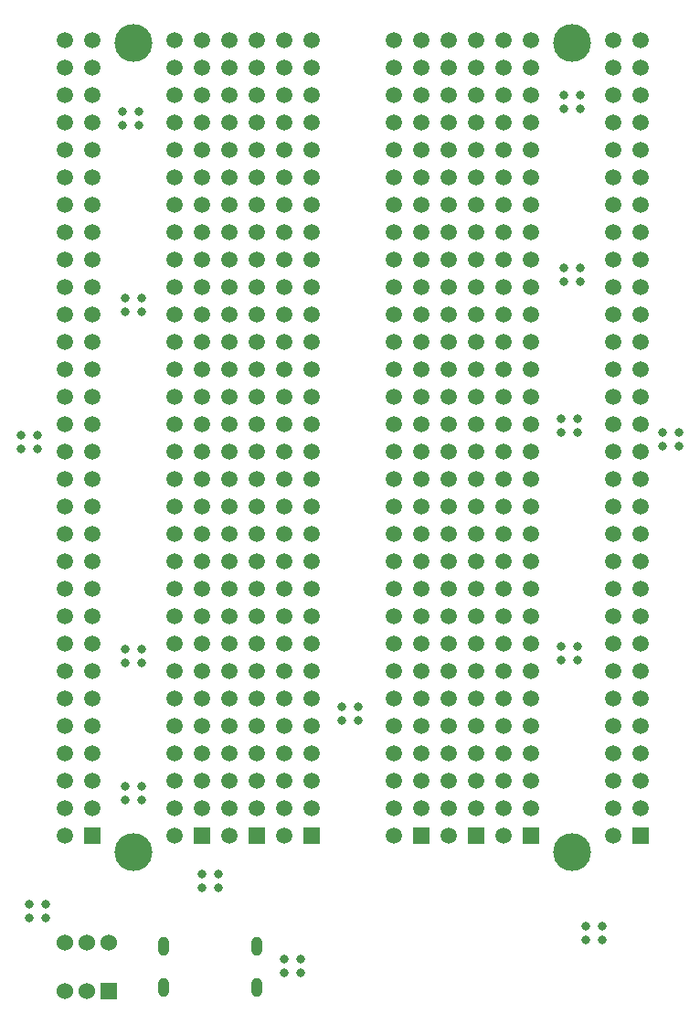
<source format=gbs>
G04*
G04 #@! TF.GenerationSoftware,Altium Limited,Altium Designer,21.3.2 (30)*
G04*
G04 Layer_Color=16711935*
%FSLAX25Y25*%
%MOIN*%
G70*
G04*
G04 #@! TF.SameCoordinates,2023AB48-87E7-4F87-960C-B21D90223C06*
G04*
G04*
G04 #@! TF.FilePolarity,Negative*
G04*
G01*
G75*
%ADD18C,0.05906*%
%ADD27R,0.05906X0.05906*%
%ADD28C,0.13780*%
%ADD29R,0.06000X0.06000*%
%ADD30C,0.06000*%
%ADD31O,0.03937X0.07087*%
%ADD32C,0.03150*%
D18*
X81000Y306000D02*
D03*
X91000D02*
D03*
X81000Y296000D02*
D03*
X91000D02*
D03*
X81000Y286000D02*
D03*
X91000D02*
D03*
X81000Y276000D02*
D03*
X91000D02*
D03*
X81000Y266000D02*
D03*
X91000D02*
D03*
X81000Y256000D02*
D03*
X91000D02*
D03*
X81000Y246000D02*
D03*
X91000D02*
D03*
X81000Y236000D02*
D03*
X91000D02*
D03*
X81000Y226000D02*
D03*
X91000D02*
D03*
X81000Y216000D02*
D03*
X91000D02*
D03*
X81000Y206000D02*
D03*
X91000D02*
D03*
X81000Y196000D02*
D03*
X91000D02*
D03*
X81000Y186000D02*
D03*
X91000D02*
D03*
X81000Y176000D02*
D03*
X91000D02*
D03*
X81000Y166000D02*
D03*
X91000D02*
D03*
X81000Y156000D02*
D03*
X91000D02*
D03*
X81000Y146000D02*
D03*
X91000D02*
D03*
X81000Y136000D02*
D03*
X91000D02*
D03*
X81000Y126000D02*
D03*
X91000D02*
D03*
X81000Y116000D02*
D03*
X91000D02*
D03*
X81000Y106000D02*
D03*
X91000D02*
D03*
X81000Y96000D02*
D03*
X91000D02*
D03*
X81000Y86000D02*
D03*
X91000D02*
D03*
X81000Y76000D02*
D03*
X91000D02*
D03*
X81000Y66000D02*
D03*
Y356000D02*
D03*
X91000D02*
D03*
X81000Y346000D02*
D03*
X91000D02*
D03*
X81000Y336000D02*
D03*
X91000D02*
D03*
X81000Y326000D02*
D03*
X91000D02*
D03*
X81000Y316000D02*
D03*
X91000D02*
D03*
X231000D02*
D03*
X221000D02*
D03*
X231000Y326000D02*
D03*
X221000D02*
D03*
X231000Y336000D02*
D03*
X221000D02*
D03*
X231000Y346000D02*
D03*
X221000D02*
D03*
X231000Y356000D02*
D03*
X221000D02*
D03*
Y66000D02*
D03*
X231000Y76000D02*
D03*
X221000D02*
D03*
X231000Y86000D02*
D03*
X221000D02*
D03*
X231000Y96000D02*
D03*
X221000D02*
D03*
X231000Y106000D02*
D03*
X221000D02*
D03*
X231000Y116000D02*
D03*
X221000D02*
D03*
X231000Y126000D02*
D03*
X221000D02*
D03*
X231000Y136000D02*
D03*
X221000D02*
D03*
X231000Y146000D02*
D03*
X221000D02*
D03*
X231000Y156000D02*
D03*
X221000D02*
D03*
X231000Y166000D02*
D03*
X221000D02*
D03*
X231000Y176000D02*
D03*
X221000D02*
D03*
X231000Y186000D02*
D03*
X221000D02*
D03*
X231000Y196000D02*
D03*
X221000D02*
D03*
X231000Y206000D02*
D03*
X221000D02*
D03*
X231000Y216000D02*
D03*
X221000D02*
D03*
X231000Y226000D02*
D03*
X221000D02*
D03*
X231000Y236000D02*
D03*
X221000D02*
D03*
X231000Y246000D02*
D03*
X221000D02*
D03*
X231000Y256000D02*
D03*
X221000D02*
D03*
X231000Y266000D02*
D03*
X221000D02*
D03*
X231000Y276000D02*
D03*
X221000D02*
D03*
X231000Y286000D02*
D03*
X221000D02*
D03*
X231000Y296000D02*
D03*
X221000D02*
D03*
X231000Y306000D02*
D03*
X221000D02*
D03*
X191000Y316000D02*
D03*
X181000D02*
D03*
X191000Y326000D02*
D03*
X181000D02*
D03*
X191000Y336000D02*
D03*
X181000D02*
D03*
X191000Y346000D02*
D03*
X181000D02*
D03*
X191000Y356000D02*
D03*
X181000D02*
D03*
Y66000D02*
D03*
X191000Y76000D02*
D03*
X181000D02*
D03*
X191000Y86000D02*
D03*
X181000D02*
D03*
X191000Y96000D02*
D03*
X181000D02*
D03*
X191000Y106000D02*
D03*
X181000D02*
D03*
X191000Y116000D02*
D03*
X181000D02*
D03*
X191000Y126000D02*
D03*
X181000D02*
D03*
X191000Y136000D02*
D03*
X181000D02*
D03*
X191000Y146000D02*
D03*
X181000D02*
D03*
X191000Y156000D02*
D03*
X181000D02*
D03*
X191000Y166000D02*
D03*
X181000D02*
D03*
X191000Y176000D02*
D03*
X181000D02*
D03*
X191000Y186000D02*
D03*
X181000D02*
D03*
X191000Y196000D02*
D03*
X181000D02*
D03*
X191000Y206000D02*
D03*
X181000D02*
D03*
X191000Y216000D02*
D03*
X181000D02*
D03*
X191000Y226000D02*
D03*
X181000D02*
D03*
X191000Y236000D02*
D03*
X181000D02*
D03*
X191000Y246000D02*
D03*
X181000D02*
D03*
X191000Y256000D02*
D03*
X181000D02*
D03*
X191000Y266000D02*
D03*
X181000D02*
D03*
X191000Y276000D02*
D03*
X181000D02*
D03*
X191000Y286000D02*
D03*
X181000D02*
D03*
X191000Y296000D02*
D03*
X181000D02*
D03*
X191000Y306000D02*
D03*
X181000D02*
D03*
X171000Y316000D02*
D03*
X161000D02*
D03*
X171000Y326000D02*
D03*
X161000D02*
D03*
X171000Y336000D02*
D03*
X161000D02*
D03*
X171000Y346000D02*
D03*
X161000D02*
D03*
X171000Y356000D02*
D03*
X161000D02*
D03*
Y66000D02*
D03*
X171000Y76000D02*
D03*
X161000D02*
D03*
X171000Y86000D02*
D03*
X161000D02*
D03*
X171000Y96000D02*
D03*
X161000D02*
D03*
X171000Y106000D02*
D03*
X161000D02*
D03*
X171000Y116000D02*
D03*
X161000D02*
D03*
X171000Y126000D02*
D03*
X161000D02*
D03*
X171000Y136000D02*
D03*
X161000D02*
D03*
X171000Y146000D02*
D03*
X161000D02*
D03*
X171000Y156000D02*
D03*
X161000D02*
D03*
X171000Y166000D02*
D03*
X161000D02*
D03*
X171000Y176000D02*
D03*
X161000D02*
D03*
X171000Y186000D02*
D03*
X161000D02*
D03*
X171000Y196000D02*
D03*
X161000D02*
D03*
X171000Y206000D02*
D03*
X161000D02*
D03*
X171000Y216000D02*
D03*
X161000D02*
D03*
X171000Y226000D02*
D03*
X161000D02*
D03*
X171000Y236000D02*
D03*
X161000D02*
D03*
X171000Y246000D02*
D03*
X161000D02*
D03*
X171000Y256000D02*
D03*
X161000D02*
D03*
X171000Y266000D02*
D03*
X161000D02*
D03*
X171000Y276000D02*
D03*
X161000D02*
D03*
X171000Y286000D02*
D03*
X161000D02*
D03*
X171000Y296000D02*
D03*
X161000D02*
D03*
X171000Y306000D02*
D03*
X161000D02*
D03*
X151000Y316000D02*
D03*
X141000D02*
D03*
X151000Y326000D02*
D03*
X141000D02*
D03*
X151000Y336000D02*
D03*
X141000D02*
D03*
X151000Y346000D02*
D03*
X141000D02*
D03*
X151000Y356000D02*
D03*
X141000D02*
D03*
Y66000D02*
D03*
X151000Y76000D02*
D03*
X141000D02*
D03*
X151000Y86000D02*
D03*
X141000D02*
D03*
X151000Y96000D02*
D03*
X141000D02*
D03*
X151000Y106000D02*
D03*
X141000D02*
D03*
X151000Y116000D02*
D03*
X141000D02*
D03*
X151000Y126000D02*
D03*
X141000D02*
D03*
X151000Y136000D02*
D03*
X141000D02*
D03*
X151000Y146000D02*
D03*
X141000D02*
D03*
X151000Y156000D02*
D03*
X141000D02*
D03*
X151000Y166000D02*
D03*
X141000D02*
D03*
X151000Y176000D02*
D03*
X141000D02*
D03*
X151000Y186000D02*
D03*
X141000D02*
D03*
X151000Y196000D02*
D03*
X141000D02*
D03*
X151000Y206000D02*
D03*
X141000D02*
D03*
X151000Y216000D02*
D03*
X141000D02*
D03*
X151000Y226000D02*
D03*
X141000D02*
D03*
X151000Y236000D02*
D03*
X141000D02*
D03*
X151000Y246000D02*
D03*
X141000D02*
D03*
X151000Y256000D02*
D03*
X141000D02*
D03*
X151000Y266000D02*
D03*
X141000D02*
D03*
X151000Y276000D02*
D03*
X141000D02*
D03*
X151000Y286000D02*
D03*
X141000D02*
D03*
X151000Y296000D02*
D03*
X141000D02*
D03*
X151000Y306000D02*
D03*
X141000D02*
D03*
X111000Y316000D02*
D03*
X101000D02*
D03*
X111000Y326000D02*
D03*
X101000D02*
D03*
X111000Y336000D02*
D03*
X101000D02*
D03*
X111000Y346000D02*
D03*
X101000D02*
D03*
X111000Y356000D02*
D03*
X101000D02*
D03*
Y66000D02*
D03*
X111000Y76000D02*
D03*
X101000D02*
D03*
X111000Y86000D02*
D03*
X101000D02*
D03*
X111000Y96000D02*
D03*
X101000D02*
D03*
X111000Y106000D02*
D03*
X101000D02*
D03*
X111000Y116000D02*
D03*
X101000D02*
D03*
X111000Y126000D02*
D03*
X101000D02*
D03*
X111000Y136000D02*
D03*
X101000D02*
D03*
X111000Y146000D02*
D03*
X101000D02*
D03*
X111000Y156000D02*
D03*
X101000D02*
D03*
X111000Y166000D02*
D03*
X101000D02*
D03*
X111000Y176000D02*
D03*
X101000D02*
D03*
X111000Y186000D02*
D03*
X101000D02*
D03*
X111000Y196000D02*
D03*
X101000D02*
D03*
X111000Y206000D02*
D03*
X101000D02*
D03*
X111000Y216000D02*
D03*
X101000D02*
D03*
X111000Y226000D02*
D03*
X101000D02*
D03*
X111000Y236000D02*
D03*
X101000D02*
D03*
X111000Y246000D02*
D03*
X101000D02*
D03*
X111000Y256000D02*
D03*
X101000D02*
D03*
X111000Y266000D02*
D03*
X101000D02*
D03*
X111000Y276000D02*
D03*
X101000D02*
D03*
X111000Y286000D02*
D03*
X101000D02*
D03*
X111000Y296000D02*
D03*
X101000D02*
D03*
X111000Y306000D02*
D03*
X101000D02*
D03*
X71000Y316000D02*
D03*
X61000D02*
D03*
X71000Y326000D02*
D03*
X61000D02*
D03*
X71000Y336000D02*
D03*
X61000D02*
D03*
X71000Y346000D02*
D03*
X61000D02*
D03*
X71000Y356000D02*
D03*
X61000D02*
D03*
Y66000D02*
D03*
X71000Y76000D02*
D03*
X61000D02*
D03*
X71000Y86000D02*
D03*
X61000D02*
D03*
X71000Y96000D02*
D03*
X61000D02*
D03*
X71000Y106000D02*
D03*
X61000D02*
D03*
X71000Y116000D02*
D03*
X61000D02*
D03*
X71000Y126000D02*
D03*
X61000D02*
D03*
X71000Y136000D02*
D03*
X61000D02*
D03*
X71000Y146000D02*
D03*
X61000D02*
D03*
X71000Y156000D02*
D03*
X61000D02*
D03*
X71000Y166000D02*
D03*
X61000D02*
D03*
X71000Y176000D02*
D03*
X61000D02*
D03*
X71000Y186000D02*
D03*
X61000D02*
D03*
X71000Y196000D02*
D03*
X61000D02*
D03*
X71000Y206000D02*
D03*
X61000D02*
D03*
X71000Y216000D02*
D03*
X61000D02*
D03*
X71000Y226000D02*
D03*
X61000D02*
D03*
X71000Y236000D02*
D03*
X61000D02*
D03*
X71000Y246000D02*
D03*
X61000D02*
D03*
X71000Y256000D02*
D03*
X61000D02*
D03*
X71000Y266000D02*
D03*
X61000D02*
D03*
X71000Y276000D02*
D03*
X61000D02*
D03*
X71000Y286000D02*
D03*
X61000D02*
D03*
X71000Y296000D02*
D03*
X61000D02*
D03*
X71000Y306000D02*
D03*
X61000D02*
D03*
X31000Y316000D02*
D03*
X21000D02*
D03*
X31000Y326000D02*
D03*
X21000D02*
D03*
X31000Y336000D02*
D03*
X21000D02*
D03*
X31000Y346000D02*
D03*
X21000D02*
D03*
X31000Y356000D02*
D03*
X21000D02*
D03*
Y66000D02*
D03*
X31000Y76000D02*
D03*
X21000D02*
D03*
X31000Y86000D02*
D03*
X21000D02*
D03*
X31000Y96000D02*
D03*
X21000D02*
D03*
X31000Y106000D02*
D03*
X21000D02*
D03*
X31000Y116000D02*
D03*
X21000D02*
D03*
X31000Y126000D02*
D03*
X21000D02*
D03*
X31000Y136000D02*
D03*
X21000D02*
D03*
X31000Y146000D02*
D03*
X21000D02*
D03*
X31000Y156000D02*
D03*
X21000D02*
D03*
X31000Y166000D02*
D03*
X21000D02*
D03*
X31000Y176000D02*
D03*
X21000D02*
D03*
X31000Y186000D02*
D03*
X21000D02*
D03*
X31000Y196000D02*
D03*
X21000D02*
D03*
X31000Y206000D02*
D03*
X21000D02*
D03*
X31000Y216000D02*
D03*
X21000D02*
D03*
X31000Y226000D02*
D03*
X21000D02*
D03*
X31000Y236000D02*
D03*
X21000D02*
D03*
X31000Y246000D02*
D03*
X21000D02*
D03*
X31000Y256000D02*
D03*
X21000D02*
D03*
X31000Y266000D02*
D03*
X21000D02*
D03*
X31000Y276000D02*
D03*
X21000D02*
D03*
X31000Y286000D02*
D03*
X21000D02*
D03*
X31000Y296000D02*
D03*
X21000D02*
D03*
X31000Y306000D02*
D03*
X21000D02*
D03*
D27*
X91000Y66000D02*
D03*
X231000D02*
D03*
X191000D02*
D03*
X171000D02*
D03*
X151000D02*
D03*
X111000D02*
D03*
X71000D02*
D03*
X31000D02*
D03*
D28*
X46000Y60000D02*
D03*
X206000D02*
D03*
Y355000D02*
D03*
X46000D02*
D03*
D29*
X36874Y9142D02*
D03*
D30*
X29000D02*
D03*
X21126D02*
D03*
Y26858D02*
D03*
X29000D02*
D03*
X36874D02*
D03*
D31*
X91008Y25480D02*
D03*
Y10520D02*
D03*
X56992D02*
D03*
Y25480D02*
D03*
D32*
X8000Y41000D02*
D03*
Y36000D02*
D03*
X14000Y41000D02*
D03*
Y36000D02*
D03*
X71000Y52000D02*
D03*
Y47000D02*
D03*
X77000Y52000D02*
D03*
Y47000D02*
D03*
X211000Y33000D02*
D03*
Y28000D02*
D03*
X217000Y33000D02*
D03*
Y28000D02*
D03*
X100846Y21015D02*
D03*
Y16015D02*
D03*
X106846Y21015D02*
D03*
Y16015D02*
D03*
X122000Y113000D02*
D03*
Y108000D02*
D03*
X128000Y113000D02*
D03*
Y108000D02*
D03*
X239000Y213000D02*
D03*
Y208000D02*
D03*
X245000Y213000D02*
D03*
Y208000D02*
D03*
X5000Y212000D02*
D03*
Y207000D02*
D03*
X11000Y212000D02*
D03*
Y207000D02*
D03*
X202000Y135000D02*
D03*
Y130000D02*
D03*
X208000Y135000D02*
D03*
Y130000D02*
D03*
X202000Y218000D02*
D03*
Y213000D02*
D03*
X208000Y218000D02*
D03*
Y213000D02*
D03*
X203000Y273000D02*
D03*
Y268000D02*
D03*
X209000Y273000D02*
D03*
Y268000D02*
D03*
X203000Y336000D02*
D03*
Y331000D02*
D03*
X209000Y336000D02*
D03*
Y331000D02*
D03*
X42000Y330000D02*
D03*
Y325000D02*
D03*
X48000Y330000D02*
D03*
Y325000D02*
D03*
X43000Y262000D02*
D03*
Y257000D02*
D03*
X49000Y262000D02*
D03*
Y257000D02*
D03*
X43000Y134000D02*
D03*
Y129000D02*
D03*
X49000Y134000D02*
D03*
Y129000D02*
D03*
Y79000D02*
D03*
Y84000D02*
D03*
X43000Y79000D02*
D03*
Y84000D02*
D03*
M02*

</source>
